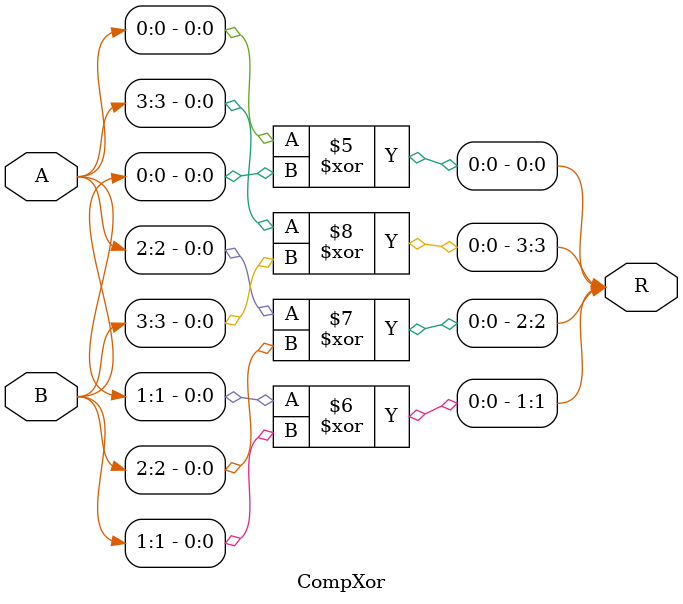
<source format=sv>
module CompXor #(parameter N = 4) (input logic [N-1:0] A, input logic [N-1:0] B, output logic [N-1:0] R);

  always @* begin
    for (int i = 0; i < N; i = i + 1) begin
      R[i] = A[i] ^ B[i];
    end
  end

endmodule

</source>
